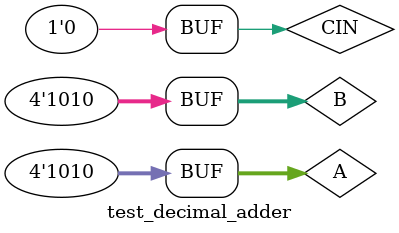
<source format=v>
`timescale 1ns / 1ps


module test_decimal_adder;
wire [3:0] S; 
wire COUT;
reg [3:0] A; 
reg [3:0]B; 
reg CIN;

decimal_adder U0(.s(S), .cout(COUT), .a(A), .b(B), .cin(CIN));

initial begin

    CIN = 1'b0;
    A = 4'b0000;
    B = 4'b0000; 
    
    repeat(2) begin
       A = 4'b0000;
        repeat(10) begin
                B = 4'b0000;
                repeat(10) begin
                    #(3) B = B + 1;     
                end
            A = A + 1;
        end
        CIN = CIN + 1;    
    end
end

endmodule

</source>
